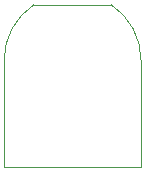
<source format=gbr>
G04 #@! TF.FileFunction,Profile,NP*
%FSLAX46Y46*%
G04 Gerber Fmt 4.6, Leading zero omitted, Abs format (unit mm)*
G04 Created by KiCad (PCBNEW 4.0.4-stable) date 08/26/17 16:23:53*
%MOMM*%
%LPD*%
G01*
G04 APERTURE LIST*
%ADD10C,0.100000*%
G04 APERTURE END LIST*
D10*
X108699998Y-66928593D02*
G75*
G02X111241954Y-62227383I5618331J-20D01*
G01*
X111250008Y-62226114D02*
X111241959Y-62227380D01*
X117750023Y-62226114D02*
X111250008Y-62226114D01*
X117758026Y-62227327D02*
X117750023Y-62226114D01*
X117758021Y-62227328D02*
G75*
G02X120300002Y-66928664I-3076480J-4701316D01*
G01*
X120300000Y-76000000D02*
X120300000Y-66920000D01*
X108700027Y-76000000D02*
X120300003Y-76000000D01*
X108700000Y-66930000D02*
X108700000Y-76000000D01*
M02*

</source>
